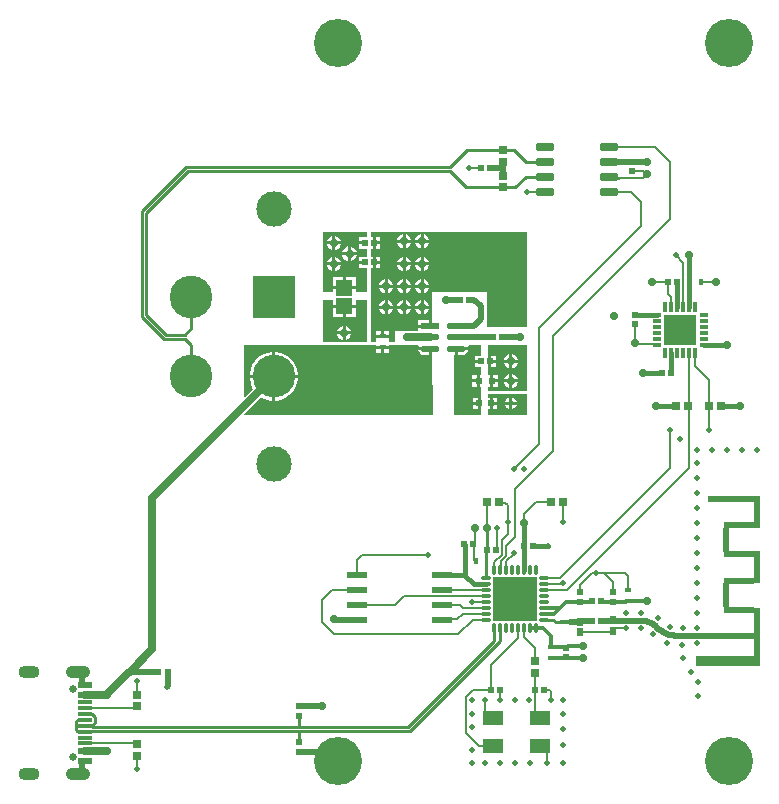
<source format=gtl>
%FSTAX23Y23*%
%MOIN*%
%SFA1B1*%

%IPPOS*%
%AMD13*
4,1,8,0.028500,-0.009800,0.028500,0.009800,0.026500,0.011800,-0.026500,0.011800,-0.028500,0.009800,-0.028500,-0.009800,-0.026500,-0.011800,0.026500,-0.011800,0.028500,-0.009800,0.0*
1,1,0.004016,0.026500,-0.009800*
1,1,0.004016,0.026500,0.009800*
1,1,0.004016,-0.026500,0.009800*
1,1,0.004016,-0.026500,-0.009800*
%
%AMD20*
4,1,8,0.028800,0.011400,-0.028800,0.011400,-0.031700,0.008600,-0.031700,-0.008600,-0.028800,-0.011400,0.028800,-0.011400,0.031700,-0.008600,0.031700,0.008600,0.028800,0.011400,0.0*
1,1,0.005709,0.028800,0.008600*
1,1,0.005709,-0.028800,0.008600*
1,1,0.005709,-0.028800,-0.008600*
1,1,0.005709,0.028800,-0.008600*
%
%AMD25*
4,1,8,-0.014600,-0.005300,0.014600,-0.005300,0.015900,-0.004000,0.015900,0.004000,0.014600,0.005300,-0.014600,0.005300,-0.015900,0.004000,-0.015900,-0.004000,-0.014600,-0.005300,0.0*
1,1,0.002657,-0.014600,-0.004000*
1,1,0.002657,0.014600,-0.004000*
1,1,0.002657,0.014600,0.004000*
1,1,0.002657,-0.014600,0.004000*
%
%AMD26*
4,1,8,-0.004000,-0.015900,0.004000,-0.015900,0.005300,-0.014600,0.005300,0.014600,0.004000,0.015900,-0.004000,0.015900,-0.005300,0.014600,-0.005300,-0.014600,-0.004000,-0.015900,0.0*
1,1,0.002657,-0.004000,-0.014600*
1,1,0.002657,0.004000,-0.014600*
1,1,0.002657,0.004000,0.014600*
1,1,0.002657,-0.004000,0.014600*
%
%AMD43*
4,1,8,0.019300,0.011300,-0.019300,0.011300,-0.030600,0.000000,-0.030600,0.000000,-0.019300,-0.011300,0.019300,-0.011300,0.030600,0.000000,0.030600,0.000000,0.019300,0.011300,0.0*
1,1,0.022524,0.019300,0.000000*
1,1,0.022524,-0.019300,0.000000*
1,1,0.022524,-0.019300,0.000000*
1,1,0.022524,0.019300,0.000000*
%
%AMD59*
4,1,8,0.035400,0.000000,0.035400,0.000000,0.015700,0.019700,-0.015700,0.019700,-0.035400,0.000000,-0.035400,0.000000,-0.015700,-0.019700,0.015700,-0.019700,0.035400,0.000000,0.0*
1,1,0.039370,0.015700,0.000000*
1,1,0.039370,0.015700,0.000000*
1,1,0.039370,-0.015700,0.000000*
1,1,0.039370,-0.015700,0.000000*
%
%AMD60*
4,1,8,0.041300,0.000000,0.041300,0.000000,0.021700,0.019700,-0.021700,0.019700,-0.041300,0.000000,-0.041300,0.000000,-0.021700,-0.019700,0.021700,-0.019700,0.041300,0.000000,0.0*
1,1,0.039370,0.021700,0.000000*
1,1,0.039370,0.021700,0.000000*
1,1,0.039370,-0.021700,0.000000*
1,1,0.039370,-0.021700,0.000000*
%
%ADD10C,0.010000*%
%ADD11C,0.018600*%
%ADD12R,0.026306X0.026476*%
G04~CAMADD=13~8~0.0~0.0~236.2~570.9~20.1~0.0~15~0.0~0.0~0.0~0.0~0~0.0~0.0~0.0~0.0~0~0.0~0.0~0.0~270.0~570.0~236.0*
%ADD13D13*%
%ADD14R,0.021260X0.022835*%
%ADD15R,0.025591X0.025591*%
%ADD16R,0.020472X0.020472*%
%ADD17R,0.024409X0.025984*%
%ADD18R,0.020289X0.018601*%
%ADD19R,0.017716X0.023622*%
G04~CAMADD=20~8~0.0~0.0~633.9~228.3~28.5~0.0~15~0.0~0.0~0.0~0.0~0~0.0~0.0~0.0~0.0~0~0.0~0.0~0.0~0.0~633.9~228.3*
%ADD20D20*%
%ADD21R,0.023622X0.021654*%
%ADD22R,0.021654X0.023622*%
%ADD23R,0.070866X0.047244*%
%ADD24R,0.145669X0.145669*%
G04~CAMADD=25~8~0.0~0.0~318.9~106.3~13.3~0.0~15~0.0~0.0~0.0~0.0~0~0.0~0.0~0.0~0.0~0~0.0~0.0~0.0~180.0~318.0~106.0*
%ADD25D25*%
G04~CAMADD=26~8~0.0~0.0~106.3~318.9~13.3~0.0~15~0.0~0.0~0.0~0.0~0~0.0~0.0~0.0~0.0~0~0.0~0.0~0.0~180.0~106.0~318.0*
%ADD26D26*%
%ADD27R,0.026476X0.026306*%
%ADD28R,0.057331X0.053324*%
%ADD29R,0.045275X0.011811*%
%ADD30R,0.045275X0.023622*%
%ADD31R,0.192913X0.035433*%
%ADD32R,0.019685X0.196850*%
%ADD33R,0.192913X0.019685*%
%ADD34R,0.103937X0.019685*%
%ADD35R,0.019685X0.078740*%
%ADD36R,0.019685X0.106299*%
%ADD37R,0.155118X0.019685*%
%ADD38R,0.106299X0.102362*%
%ADD39R,0.031496X0.013780*%
%ADD40R,0.013780X0.033465*%
%ADD41R,0.022835X0.021260*%
%ADD42R,0.022047X0.020472*%
G04~CAMADD=43~8~0.0~0.0~612.0~225.2~112.6~0.0~15~0.0~0.0~0.0~0.0~0~0.0~0.0~0.0~0.0~0~0.0~0.0~0.0~0.0~612.0~225.2*
%ADD43D43*%
%ADD44R,0.061196X0.022525*%
%ADD45R,0.018432X0.018601*%
%ADD46R,0.023622X0.017716*%
%ADD47R,0.018701X0.019685*%
%ADD48R,0.023622X0.019685*%
%ADD49C,0.008000*%
%ADD50C,0.009000*%
%ADD51C,0.015000*%
%ADD52C,0.020000*%
%ADD53C,0.014000*%
%ADD54C,0.012000*%
%ADD55C,0.025000*%
%ADD56C,0.117716*%
%ADD57C,0.141968*%
%ADD58R,0.141968X0.141968*%
G04~CAMADD=59~8~0.0~0.0~393.7~708.7~196.9~0.0~15~0.0~0.0~0.0~0.0~0~0.0~0.0~0.0~0.0~0~0.0~0.0~0.0~270.0~707.0~393.0*
%ADD59D59*%
G04~CAMADD=60~8~0.0~0.0~393.7~826.8~196.9~0.0~15~0.0~0.0~0.0~0.0~0~0.0~0.0~0.0~0.0~0~0.0~0.0~0.0~270.0~828.0~394.0*
%ADD60D60*%
%ADD61C,0.025591*%
%ADD62C,0.028000*%
%ADD63C,0.020000*%
%ADD64C,0.160000*%
%ADD65C,0.050000*%
%ADD66C,0.019685*%
%LNpcb-1*%
%LPD*%
G36*
X021Y02047D02*
X02101Y02046D01*
X02101Y02045*
X02101Y02045*
X02102Y02045*
X02103Y02044*
X02104Y02044*
X02105Y02044*
X02107Y02044*
X02108Y02044*
Y02036*
X02107Y02035*
X02104Y02035*
X02103Y02035*
X02102Y02035*
X02102Y02035*
X02101Y02034*
X021Y02034*
X021Y02034*
X021Y02033*
X021Y02048*
X021Y02047*
G37*
G36*
X01265Y01844D02*
X01239D01*
Y0183*
X0126*
Y0182*
X01239*
Y01805*
X01265*
Y01779*
X01239*
Y01765*
X0126*
Y01755*
X01239*
Y0174*
X01265*
Y0166*
X01228*
Y0167*
X0119*
X01151*
Y0166*
X0112*
Y0186*
X01265*
Y01844*
G37*
G36*
Y01495D02*
X0112D01*
Y01635*
X01151*
Y01619*
X0119*
Y01614*
Y01619*
X01228*
Y01635*
X01265*
Y01495*
G37*
G36*
X018Y01545D02*
X01665D01*
Y0166*
X01482*
X01482Y0166*
Y01568*
X01481*
Y01547*
X01476*
Y01542*
X01436*
Y0153*
X01357*
Y01495*
X01339*
Y01508*
X01317*
X01295*
Y01495*
X01277*
Y0174*
X01284*
Y0176*
Y01779*
X01277*
Y01805*
X01284*
Y01825*
Y01844*
X01277*
Y0186*
X018*
Y01545*
G37*
G36*
X01437Y0148D02*
X01436Y01477D01*
X01476*
Y01472*
X01481*
Y0145*
X01483*
X01486Y01253*
X01482Y0125*
X00855*
Y01255*
X00911Y01312*
X00916Y01309*
X00931Y01302*
X00947Y01299*
X0095*
Y01375*
X00874*
Y01372*
X00877Y01357*
X00883Y01342*
X00886Y01337*
X00859Y0131*
X00855Y01312*
Y01485*
X01295*
Y01481*
X01317*
X01339*
Y01485*
X01434*
X01437Y0148*
G37*
G36*
X018Y0133D02*
X0167D01*
Y01345*
X01676*
Y01365*
Y01384*
X0167*
Y0141*
X0167*
Y0143*
Y01449*
X0167*
Y01485*
X018*
Y0133*
G37*
G36*
Y0125D02*
X0167D01*
Y0127*
X01675*
Y0129*
Y01309*
X0167*
Y0132*
X018*
Y0125*
G37*
G36*
X01645Y01449D02*
X01624D01*
Y01435*
X01644*
Y01425*
X01624*
Y0141*
X01645*
Y01384*
X01643*
Y01365*
Y01345*
X01645*
Y01309*
X01644*
Y0129*
Y0127*
X01645*
Y0125*
X01555*
Y0145*
X01558*
Y01472*
X01563*
Y01477*
X01603*
X01602Y0148*
X01605Y01485*
X01645*
Y01449*
G37*
%LNpcb-2*%
%LPC*%
G36*
X0116Y01848D02*
Y0183D01*
X01178*
X01175Y01838*
X01168Y01845*
X0116Y01848*
G37*
G36*
X0115D02*
X01141Y01845D01*
X01134Y01838*
X01131Y0183*
X0115*
Y01848*
G37*
G36*
X01178Y0182D02*
X0116D01*
Y01801*
X01168Y01804*
X01175Y01811*
X01178Y0182*
G37*
G36*
X0115D02*
X01131D01*
X01134Y01811*
X01141Y01804*
X0115Y01801*
Y0182*
G37*
G36*
X01212Y01813D02*
Y01794D01*
X01231*
X01227Y01802*
X0122Y01809*
X01212Y01813*
G37*
G36*
X01202D02*
X01193Y01809D01*
X01186Y01802*
X01183Y01794*
X01202*
Y01813*
G37*
G36*
X01231Y01784D02*
X01212D01*
Y01765*
X0122Y01768*
X01227Y01775*
X01231Y01784*
G37*
G36*
X01202D02*
X01183D01*
X01186Y01775*
X01193Y01768*
X01202Y01765*
Y01784*
G37*
G36*
X0116Y01778D02*
Y0176D01*
X01178*
X01175Y01768*
X01168Y01775*
X0116Y01778*
G37*
G36*
X0115D02*
X01141Y01775D01*
X01134Y01768*
X01131Y0176*
X0115*
Y01778*
G37*
G36*
X01178Y0175D02*
X0116D01*
Y01731*
X01168Y01734*
X01175Y01741*
X01178Y0175*
G37*
G36*
X0115D02*
X01131D01*
X01134Y01741*
X01141Y01734*
X0115Y01731*
Y0175*
G37*
G36*
X01228Y01712D02*
X01195D01*
Y0168*
X01228*
Y01712*
G37*
G36*
X01185D02*
X01151D01*
Y0168*
X01185*
Y01712*
G37*
G36*
X01228Y01609D02*
X01195D01*
Y01577*
X01228*
Y01609*
G37*
G36*
X01185D02*
X01151D01*
Y01577*
X01185*
Y01609*
G37*
G36*
X01195Y01548D02*
Y0153D01*
X01213*
X0121Y01538*
X01203Y01545*
X01195Y01548*
G37*
G36*
X01185D02*
X01176Y01545D01*
X01169Y01538*
X01166Y0153*
X01185*
Y01548*
G37*
G36*
X01213Y0152D02*
X01195D01*
Y01501*
X01203Y01504*
X0121Y01511*
X01213Y0152*
G37*
G36*
X01185D02*
X01166D01*
X01169Y01511*
X01176Y01504*
X01185Y01501*
Y0152*
G37*
G36*
X01455Y01853D02*
Y01835D01*
X01473*
X0147Y01843*
X01463Y0185*
X01455Y01853*
G37*
G36*
X01445D02*
X01436Y0185D01*
X01429Y01843*
X01426Y01835*
X01445*
Y01853*
G37*
G36*
X01395D02*
Y01835D01*
X01413*
X0141Y01843*
X01403Y0185*
X01395Y01853*
G37*
G36*
X01385D02*
X01376Y0185D01*
X01369Y01843*
X01366Y01835*
X01385*
Y01853*
G37*
G36*
X0131Y01844D02*
X01294D01*
Y0183*
X0131*
Y01844*
G37*
G36*
X01473Y01825D02*
X01455D01*
Y01806*
X01463Y01809*
X0147Y01816*
X01473Y01825*
G37*
G36*
X01445D02*
X01426D01*
X01429Y01816*
X01436Y01809*
X01445Y01806*
Y01825*
G37*
G36*
X01413D02*
X01395D01*
Y01806*
X01403Y01809*
X0141Y01816*
X01413Y01825*
G37*
G36*
X01385D02*
X01366D01*
X01369Y01816*
X01376Y01809*
X01385Y01806*
Y01825*
G37*
G36*
X0131Y0182D02*
X01294D01*
Y01805*
X0131*
Y0182*
G37*
G36*
Y01779D02*
X01294D01*
Y01765*
X0131*
Y01779*
G37*
G36*
X01455Y01778D02*
Y0176D01*
X01473*
X0147Y01768*
X01463Y01775*
X01455Y01778*
G37*
G36*
X01445D02*
X01436Y01775D01*
X01429Y01768*
X01426Y0176*
X01445*
Y01778*
G37*
G36*
X01395D02*
Y0176D01*
X01413*
X0141Y01768*
X01403Y01775*
X01395Y01778*
G37*
G36*
X01385D02*
X01376Y01775D01*
X01369Y01768*
X01366Y0176*
X01385*
Y01778*
G37*
G36*
X0131Y01755D02*
X01294D01*
Y0174*
X0131*
Y01755*
G37*
G36*
X01473Y0175D02*
X01455D01*
Y01731*
X01463Y01734*
X0147Y01741*
X01473Y0175*
G37*
G36*
X01445D02*
X01426D01*
X01429Y01741*
X01436Y01734*
X01445Y01731*
Y0175*
G37*
G36*
X01413D02*
X01395D01*
Y01731*
X01403Y01734*
X0141Y01741*
X01413Y0175*
G37*
G36*
X01385D02*
X01366D01*
X01369Y01741*
X01376Y01734*
X01385Y01731*
Y0175*
G37*
G36*
X01455Y01703D02*
Y01685D01*
X01473*
X0147Y01693*
X01463Y017*
X01455Y01703*
G37*
G36*
X01445D02*
X01436Y017D01*
X01429Y01693*
X01426Y01685*
X01445*
Y01703*
G37*
G36*
X01395D02*
Y01685D01*
X01413*
X0141Y01693*
X01403Y017*
X01395Y01703*
G37*
G36*
X01385D02*
X01376Y017D01*
X01369Y01693*
X01366Y01685*
X01385*
Y01703*
G37*
G36*
X01335D02*
Y01685D01*
X01353*
X0135Y01693*
X01343Y017*
X01335Y01703*
G37*
G36*
X01325D02*
X01316Y017D01*
X01309Y01693*
X01306Y01685*
X01325*
Y01703*
G37*
G36*
X01473Y01675D02*
X01455D01*
Y01656*
X01463Y01659*
X0147Y01666*
X01473Y01675*
G37*
G36*
X01445D02*
X01426D01*
X01429Y01666*
X01436Y01659*
X01445Y01656*
Y01675*
G37*
G36*
X01413D02*
X01395D01*
Y01656*
X01403Y01659*
X0141Y01666*
X01413Y01675*
G37*
G36*
X01385D02*
X01366D01*
X01369Y01666*
X01376Y01659*
X01385Y01656*
Y01675*
G37*
G36*
X01353D02*
X01335D01*
Y01656*
X01343Y01659*
X0135Y01666*
X01353Y01675*
G37*
G36*
X01325D02*
X01306D01*
X01309Y01666*
X01316Y01659*
X01325Y01656*
Y01675*
G37*
G36*
X01455Y01633D02*
Y01615D01*
X01473*
X0147Y01623*
X01463Y0163*
X01455Y01633*
G37*
G36*
X01445D02*
X01436Y0163D01*
X01429Y01623*
X01426Y01615*
X01445*
Y01633*
G37*
G36*
X01395D02*
Y01615D01*
X01413*
X0141Y01623*
X01403Y0163*
X01395Y01633*
G37*
G36*
X01385D02*
X01376Y0163D01*
X01369Y01623*
X01366Y01615*
X01385*
Y01633*
G37*
G36*
X01335D02*
Y01615D01*
X01353*
X0135Y01623*
X01343Y0163*
X01335Y01633*
G37*
G36*
X01325D02*
X01316Y0163D01*
X01309Y01623*
X01306Y01615*
X01325*
Y01633*
G37*
G36*
X01473Y01605D02*
X01455D01*
Y01586*
X01463Y01589*
X0147Y01596*
X01473Y01605*
G37*
G36*
X01445D02*
X01426D01*
X01429Y01596*
X01436Y01589*
X01445Y01586*
Y01605*
G37*
G36*
X01413D02*
X01395D01*
Y01586*
X01403Y01589*
X0141Y01596*
X01413Y01605*
G37*
G36*
X01385D02*
X01366D01*
X01369Y01596*
X01376Y01589*
X01385Y01586*
Y01605*
G37*
G36*
X01353D02*
X01335D01*
Y01586*
X01343Y01589*
X0135Y01596*
X01353Y01605*
G37*
G36*
X01325D02*
X01306D01*
X01309Y01596*
X01316Y01589*
X01325Y01586*
Y01605*
G37*
G36*
X01471Y01568D02*
X01436D01*
Y01552*
X01471*
Y01568*
G37*
G36*
X01339Y01532D02*
X01322D01*
Y01518*
X01339*
Y01532*
G37*
G36*
X01312D02*
X01295D01*
Y01518*
X01312*
Y01532*
G37*
G36*
X01339Y01471D02*
X01322D01*
Y01457*
X01339*
Y01471*
G37*
G36*
X01312D02*
X01295D01*
Y01457*
X01312*
Y01471*
G37*
G36*
X01471Y01467D02*
X01436D01*
X01437Y01464*
X01442Y01457*
X01449Y01452*
X01457Y0145*
X01471*
Y01467*
G37*
G36*
X00963Y01461D02*
X0096D01*
Y01385*
X01036*
Y01388*
X01033Y01404*
X01026Y01419*
X01018Y01432*
X01006Y01443*
X00993Y01452*
X00978Y01458*
X00963Y01461*
G37*
G36*
X0095D02*
X00947D01*
X00931Y01458*
X00916Y01452*
X00903Y01443*
X00892Y01432*
X00883Y01419*
X00877Y01404*
X00874Y01388*
Y01385*
X0095*
Y01461*
G37*
G36*
X01036Y01375D02*
X0096D01*
Y01299*
X00963*
X00978Y01302*
X00993Y01309*
X01006Y01317*
X01018Y01329*
X01026Y01342*
X01033Y01357*
X01036Y01372*
Y01375*
G37*
G36*
X0175Y01453D02*
Y01435D01*
X01768*
X01765Y01443*
X01758Y0145*
X0175Y01453*
G37*
G36*
X0174D02*
X01731Y0145D01*
X01724Y01443*
X01721Y01435*
X0174*
Y01453*
G37*
G36*
X01695Y01449D02*
X0168D01*
Y01435*
X01695*
Y01449*
G37*
G36*
Y01425D02*
X0168D01*
Y0141*
X01695*
Y01425*
G37*
G36*
X01768D02*
X0175D01*
Y01406*
X01758Y01409*
X01765Y01416*
X01768Y01425*
G37*
G36*
X0174D02*
X01721D01*
X01724Y01416*
X01731Y01409*
X0174Y01406*
Y01425*
G37*
G36*
X0175Y01388D02*
Y0137D01*
X01768*
X01765Y01378*
X01758Y01385*
X0175Y01388*
G37*
G36*
X0174D02*
X01731Y01385D01*
X01724Y01378*
X01721Y0137*
X0174*
Y01388*
G37*
G36*
X01703Y01384D02*
X01686D01*
Y0137*
X01703*
Y01384*
G37*
G36*
Y0136D02*
X01686D01*
Y01345*
X01703*
Y0136*
G37*
G36*
X01768D02*
X0175D01*
Y01341*
X01758Y01344*
X01765Y01351*
X01768Y0136*
G37*
G36*
X0174D02*
X01721D01*
X01724Y01351*
X01731Y01344*
X0174Y01341*
Y0136*
G37*
G36*
X01699Y01309D02*
X01685D01*
Y01295*
X01699*
Y01309*
G37*
G36*
X0175Y01309D02*
Y01295D01*
X01764*
X01761Y01301*
X01756Y01306*
X0175Y01309*
G37*
G36*
X0174D02*
X01733Y01306D01*
X01728Y01301*
X01725Y01295*
X0174*
Y01309*
G37*
G36*
X01764Y01285D02*
X0175D01*
Y0127*
X01756Y01273*
X01761Y01278*
X01764Y01285*
G37*
G36*
X0174D02*
X01725D01*
X01728Y01278*
X01733Y01273*
X0174Y0127*
Y01285*
G37*
G36*
X01699D02*
X01685D01*
Y0127*
X01699*
Y01285*
G37*
G36*
X01603Y01467D02*
X01568D01*
Y0145*
X01582*
X0159Y01452*
X01597Y01457*
X01602Y01464*
X01603Y01467*
G37*
G36*
X01633Y01384D02*
X01616D01*
Y0137*
X01633*
Y01384*
G37*
G36*
Y0136D02*
X01616D01*
Y01345*
X01633*
Y0136*
G37*
G36*
X01634Y01309D02*
X0162D01*
Y01295*
X01634*
Y01309*
G37*
G36*
Y01285D02*
X0162D01*
Y0127*
X01634*
Y01285*
G37*
%LNpcb-3*%
%LPD*%
G54D10*
X0189Y00565D02*
D01*
X01889Y00565*
X01888Y00566*
X01887Y00567*
X01886Y00567*
X01885Y00568*
X01884Y00568*
X01883Y00568*
X01882Y00569*
X01881Y00569*
X0188Y00569*
X01879Y00569*
X01878Y00569*
X0189Y00565D02*
D01*
X0189Y00564*
X0189Y00564*
X01891Y00563*
X01892Y00563*
X01892Y00563*
X01893Y00562*
X01893Y00562*
X01894Y00562*
X01895Y00562*
X01895Y00562*
X01896Y00562*
X01896Y00562*
X01912*
X01855Y00569D02*
X01878D01*
X01664Y008D02*
Y00874D01*
X01665Y00875*
X01664Y008D02*
X01664Y008D01*
X01663Y00788D02*
Y00798D01*
X01664Y008*
X01663Y00788D02*
X01663Y00788D01*
X01663Y00707D02*
Y00788D01*
G54D11*
X0223Y00544D02*
D01*
X02227Y00547*
X02223Y0055*
X02219Y00553*
X02215Y00556*
X0221Y00558*
X02206Y0056*
X02201Y00561*
X02196Y00563*
X02191Y00564*
X02186Y00564*
X02181Y00564*
X0218Y00565*
X0223Y00544D02*
D01*
X02235Y00539*
X02241Y00535*
X02247Y00531*
X02253Y00527*
X02259Y00524*
X02265Y00521*
X02272Y00519*
X02279Y00517*
X02285Y00516*
X02292Y00515*
X02299Y00514*
X02301Y00514*
X01942Y00562D02*
X01975D01*
X01977Y00565D02*
X02014D01*
X01975Y00562D02*
X01977Y00565D01*
X02082D02*
X0218D01*
X02082D02*
X02082D01*
X02044D02*
X02082D01*
X02044D02*
X02044D01*
X02301Y00514D02*
X0246D01*
G54D12*
X0188Y0096D03*
X01919D03*
X02295Y0128D03*
X02334D03*
X02444D03*
X02405D03*
X01665Y0096D03*
X01704D03*
G54D13*
X01857Y02145D03*
Y02095D03*
Y02045D03*
Y01995D03*
X02072Y02145D03*
Y02095D03*
Y02045D03*
Y01995D03*
G54D14*
X0215Y02064D03*
Y02095D03*
X0193Y00475D03*
Y00444D03*
X0216Y01554D03*
Y01585D03*
X02084Y00629D03*
Y0066D03*
X01974D03*
Y00629D03*
G54D15*
X0172Y02134D03*
Y02095D03*
Y02049D03*
Y0201D03*
X01825Y0039D03*
Y0043D03*
G54D16*
X01644Y02073D03*
X01675D03*
G54D17*
X01975Y00527D03*
Y00562D03*
X02085Y00567D03*
Y00532D03*
G54D18*
X02044Y00565D03*
X02015D03*
X01289Y01825D03*
X0126D03*
X01289Y0176D03*
X0126D03*
X02044Y0063D03*
X02015D03*
G54D19*
X01628Y00765D03*
X01591D03*
X02378Y01695D03*
X02341D03*
G54D20*
X01232Y00719D03*
Y00669D03*
Y00619D03*
Y00569D03*
X01516D03*
Y00619D03*
Y00669D03*
Y00719D03*
G54D21*
X0104Y00248D03*
Y00281D03*
Y00161D03*
Y00128D03*
G54D22*
X00568Y00395D03*
X00601D03*
G54D23*
X01843Y00147D03*
X01686D03*
Y00242D03*
X01843D03*
G54D24*
X01759Y00638D03*
G54D25*
X01663Y00569D03*
Y00589D03*
Y00609D03*
Y00628D03*
Y00648D03*
Y00668D03*
Y00687D03*
Y00707D03*
X01855D03*
Y00687D03*
Y00668D03*
Y00648D03*
Y00628D03*
Y00609D03*
Y00589D03*
Y00569D03*
G54D26*
X01828Y00542D03*
X01808D03*
X01789D03*
X01769D03*
X01749D03*
X0173D03*
X0171D03*
X0169D03*
Y00735D03*
X0171D03*
X0173D03*
X01749D03*
X01769D03*
X01789D03*
X01808D03*
X01828D03*
G54D27*
X005Y00115D03*
Y00154D03*
Y0028D03*
Y00319D03*
G54D28*
X0119Y01675D03*
Y01614D03*
G54D29*
X00326Y00293D03*
Y00274D03*
Y00254D03*
Y00234D03*
Y00215D03*
Y00195D03*
Y00175D03*
Y00156D03*
G54D30*
X00326Y00319D03*
Y0013D03*
Y0035D03*
Y00099D03*
G54D31*
X0246Y00432D03*
G54D32*
X02566Y00512D03*
G54D33*
X0246Y00514D03*
G54D34*
X02505Y00601D03*
Y00699D03*
Y00786D03*
Y00885D03*
G54D35*
X02462Y0065D03*
Y00835D03*
G54D36*
X02566Y00743D03*
Y00928D03*
G54D37*
X02479Y00971D03*
G54D38*
X0231Y01535D03*
G54D39*
X02231Y01584D03*
Y01564D03*
Y01544D03*
Y01525D03*
Y01505D03*
Y01485D03*
X02388Y01584D03*
Y01564D03*
Y01544D03*
Y01525D03*
Y01505D03*
Y01485D03*
G54D40*
X0226Y01457D03*
X0228D03*
X023D03*
X02319D03*
X02339D03*
X02359D03*
X0226Y01612D03*
X0228D03*
X023D03*
X02319D03*
X02339D03*
X02359D03*
G54D41*
X02249Y0139D03*
X0228D03*
X02269Y01695D03*
X023D03*
X01589Y0082D03*
X0162D03*
X01789Y00815D03*
X0182D03*
X01605Y01635D03*
X01574D03*
X01695Y008D03*
X01664D03*
G54D42*
X01824Y00335D03*
X01855D03*
X0171D03*
X01679D03*
G54D43*
X01563Y01547D03*
Y0151D03*
Y01472D03*
X01476D03*
Y0151D03*
G54D44*
X01476Y01547D03*
G54D45*
X01684Y0151D03*
X01715D03*
X01675Y0143D03*
X01644D03*
G54D46*
X01317Y01513D03*
Y01476D03*
X0188Y00441D03*
Y00478D03*
X02135Y00668D03*
Y00631D03*
G54D47*
X01639Y0129D03*
X0168D03*
G54D48*
X01681Y01365D03*
X01638D03*
G54D49*
X02145Y01995D02*
X0218Y0196D01*
Y0188D02*
Y0196D01*
X0184Y0154D02*
X0218Y0188D01*
X02072Y01995D02*
X02145D01*
X02194Y02055D02*
X022D01*
X0215Y02064D02*
X02185D01*
X02194Y02055*
X02072Y02045D02*
X02077Y0204D01*
X02185*
X022Y02055*
X0176Y01005D02*
X01885Y0113D01*
X0176Y00845D02*
Y01005D01*
X01885Y0113D02*
Y01515D01*
X01755Y0107D02*
X0184Y01155D01*
X01735Y00855D02*
Y00895D01*
X0184Y01155D02*
Y0154D01*
X01728Y00813D02*
X0176Y00845D01*
X01728Y0078D02*
Y00813D01*
X01735Y00895D02*
Y0095D01*
X01705Y00959D02*
X01725D01*
X01704Y0096D02*
X01705Y00959D01*
X01725D02*
X01735Y0095D01*
X01715Y00835D02*
X01735Y00855D01*
X01697Y00872D02*
X017Y00875D01*
X01697Y00802D02*
Y00872D01*
X02225Y02145D02*
X02275Y02095D01*
X01885Y01515D02*
X02275Y01905D01*
Y02095*
X02072Y02145D02*
X02225D01*
X0179Y0089D02*
Y0092D01*
X0183Y0096*
X0188*
X01605Y02073D02*
X01644D01*
X0192Y00895D02*
Y00959D01*
X01919Y0096D02*
X0192Y00959D01*
X01855Y00687D02*
X01857Y00688D01*
X01918*
X0192Y0069*
X018Y01995D02*
X01857D01*
X01755Y00788D02*
Y0079D01*
X0173Y00735D02*
Y00763D01*
X01755Y00788*
X0169Y00735D02*
Y0076D01*
X01715Y00785*
Y00835*
X01711Y00763D02*
X01728Y0078D01*
X01711Y00736D02*
Y00763D01*
X0171Y00735D02*
X01711Y00736D01*
X0166Y00261D02*
Y003D01*
X01232Y00619D02*
X01359D01*
X01388Y00648D02*
X01663D01*
X01359Y00619D02*
X01388Y00648D01*
X02275Y01075D02*
Y012D01*
X02405D02*
Y01279D01*
X01865Y0009D02*
Y00128D01*
X01845Y00147D02*
X01865Y00128D01*
X01843Y00147D02*
X01845D01*
X0166Y00261D02*
X01679Y00242D01*
X01686*
X0208Y00527D02*
X02092Y0054D01*
X0213*
X01975Y00527D02*
X0208D01*
X005Y00319D02*
Y00365D01*
X02375Y0043D02*
X02377Y00432D01*
X0246*
X01907Y00707D02*
X02275Y01075D01*
X02055Y00725D02*
X02125D01*
X02135Y00715*
Y00668D02*
Y00715D01*
X02055Y00725D02*
X02084Y00695D01*
X0203Y00725D02*
X02055D01*
X02084Y0066D02*
Y00695D01*
X02029Y00724D02*
X0203Y00725D01*
X01974Y00684D02*
X02014Y00724D01*
X02029*
X01974Y0066D02*
Y00684D01*
X02378Y01695D02*
X02428D01*
X02339Y01074D02*
Y01275D01*
X01933Y00668D02*
X02339Y01074D01*
X01855Y00668D02*
X01933D01*
X01662Y00957D02*
X01665Y0096D01*
X01665Y00875D02*
Y00955D01*
X01662Y00957D02*
X01665Y00955D01*
X01695Y008D02*
X01697Y00802D01*
X0162Y0082D02*
X01625Y00824D01*
Y00875*
X0162Y0082D02*
X01623Y00816D01*
Y00769D02*
Y00816D01*
Y00769D02*
X01628Y00765D01*
X0125Y00785D02*
X0147D01*
X01516Y00619D02*
X01575D01*
X01585Y00609D02*
X01663D01*
X01575Y00619D02*
X01585Y00609D01*
X01149Y00669D02*
X01232D01*
X01115Y00635D02*
X01149Y00669D01*
X01115Y0056D02*
Y00635D01*
X01155Y0052D02*
X0157D01*
X01115Y0056D02*
X01155Y0052D01*
X01619Y00569D02*
X01663D01*
X0157Y0052D02*
X01619Y00569D01*
X01232Y00767D02*
X0125Y00785D01*
X01232Y00719D02*
Y00767D01*
X01615Y00629D02*
X01662D01*
X01615Y00629D02*
X01615Y00629D01*
X01662D02*
X01663Y00628D01*
X0152Y00565D02*
X01525Y0057D01*
X01565*
X01585Y00589*
X01516Y00669D02*
X01519Y00666D01*
X01651D02*
X01652Y00668D01*
X01519Y00666D02*
X01651D01*
X01652Y00668D02*
X01663D01*
X01585Y00589D02*
X01663D01*
X01516Y00569D02*
X0152Y00565D01*
X02295Y01785D02*
X0232Y01759D01*
Y01613D02*
Y01759D01*
X02319Y01612D02*
X0232Y01613D01*
X02269Y01655D02*
Y01695D01*
Y01655D02*
X0228Y01644D01*
Y01612D02*
Y01644D01*
X02229Y01487D02*
X02231Y01485D01*
X02162Y01487D02*
X02229D01*
X0216Y0149D02*
X02162Y01487D01*
X0216Y0149D02*
Y01554D01*
X02215Y01695D02*
X02269D01*
X01855Y00707D02*
X01907D01*
X02405Y0128D02*
Y01369D01*
X02359Y01415D02*
X02405Y01369D01*
X02359Y01415D02*
Y01457D01*
X02334Y0128D02*
X02339Y01275D01*
X02337Y01282D02*
X02339Y01284D01*
X02334Y0128D02*
X02337Y01282D01*
X02339Y01284D02*
Y01457D01*
X00326Y00274D02*
X00493D01*
X005Y0028*
X01877Y003D02*
Y0033D01*
X01872Y00335D02*
X01877Y0033D01*
X01855Y00335D02*
X01872D01*
X0171Y003D02*
Y00334D01*
X0171Y003D02*
X0171Y003D01*
Y00334D02*
X0171Y00335D01*
X01637Y00147D02*
X01686D01*
X01595Y0019D02*
Y0031D01*
Y0019D02*
X01637Y00147D01*
X0162Y00335D02*
X01679D01*
X01595Y0031D02*
X0162Y00335D01*
X01679D02*
Y00419D01*
X01825Y0043D02*
Y00475D01*
X01789Y0051D02*
X01825Y00475D01*
X01789Y0051D02*
Y00542D01*
X01679Y00419D02*
X01769Y00509D01*
Y00542*
X01824Y00261D02*
Y0039D01*
Y00261D02*
X01843Y00242D01*
X005Y0007D02*
Y00115D01*
X00498Y00156D02*
X005Y00154D01*
X00326Y00156D02*
X00498D01*
G54D50*
X0059Y01505D02*
X0066D01*
X0068Y01485*
Y0138D02*
Y01485D01*
Y0154D02*
Y01645D01*
X00659Y01519D02*
X0068Y0154D01*
X00596Y01519D02*
X00659D01*
X0053Y01585D02*
X00596Y01519D01*
X00516Y01579D02*
X0059Y01505D01*
X0053Y01585D02*
Y01925D01*
X00516Y0193D02*
X00662Y02077D01*
X0053Y01925D02*
X00668Y02063D01*
X00516Y01579D02*
Y0193D01*
X01599Y02134D02*
X01755D01*
X01795Y02095*
X01857*
X01542Y02077D02*
X01599Y02134D01*
X01795Y02045D02*
X01857D01*
X0172Y0201D02*
X0176D01*
X01795Y02045*
X01594Y0201D02*
X0172D01*
X00662Y02077D02*
X01542D01*
Y02063D02*
X01594Y0201D01*
X00668Y02063D02*
X01542D01*
X0104Y00161D02*
Y00198D01*
Y00212D02*
Y00248D01*
X01689Y00499D02*
Y00541D01*
X01709Y00499D02*
Y00541D01*
X01408Y00198D02*
X01709Y00499D01*
X0104Y00212D02*
X01402D01*
X01689Y00499*
X0104Y00198D02*
X01408D01*
X00348D02*
X0104D01*
X00348Y00212D02*
X0104D01*
X01689Y00541D02*
X0169Y00542D01*
X01709Y00541D02*
X0171Y00542D01*
X00347Y00196D02*
X00348Y00198D01*
X00327Y00213D02*
X00347D01*
X00327Y00196D02*
X00347D01*
X00326Y00254D02*
X00327Y00253D01*
X00347Y00213D02*
X00348Y00212D01*
X00327Y00253D02*
X0035D01*
X00326Y00215D02*
X00327Y00213D01*
X00324Y00233D02*
X00326Y00234D01*
X00324Y00196D02*
X00326Y00195D01*
X00294Y00228D02*
X00299Y00233D01*
X00324*
X00294Y00202D02*
X00299Y00196D01*
X00324*
X00294Y00202D02*
Y00228D01*
X00358Y00225D02*
Y00244D01*
X0035Y00216D02*
X00358Y00225D01*
X0035Y00253D02*
X00358Y00244D01*
X00326Y00195D02*
X00327Y00196D01*
G54D51*
X01789Y00815D02*
Y00889D01*
X01789Y00815D02*
X01789Y00815D01*
Y00889D02*
X0179Y0089D01*
X01789Y00814D02*
X01789Y00815D01*
X01591Y00765D02*
Y00818D01*
X01589Y0082D02*
X01591Y00818D01*
Y0072D02*
Y00768D01*
X0159Y00719D02*
X01591Y0072D01*
X01516Y00719D02*
X0159D01*
X01622Y00687*
X01663*
X0182Y00815D02*
X0187D01*
X01789Y00735D02*
Y00814D01*
X01789Y00735D02*
X01789Y00735D01*
X02185Y0139D02*
X02249D01*
X0228Y0139D02*
Y01457D01*
X0228Y01457*
X0228Y0139D02*
X0228Y0139D01*
X0234Y01634D02*
Y01785D01*
X02339Y01634D02*
X0234Y01634D01*
X02339Y01612D02*
X02339Y01613D01*
Y01634*
X02389Y01485D02*
X02464D01*
X02388Y01485D02*
X02389Y01485D01*
X02464D02*
X02465Y01485D01*
X02444Y0128D02*
X0251D01*
X0223D02*
X02295D01*
X02088Y01581D02*
X0209Y01583D01*
X02156D02*
X02158Y01585D01*
X0216*
X02162Y01583*
X02163Y01584D02*
X02231D01*
X02162Y01583D02*
X02163Y01584D01*
X023Y01612D02*
Y01694D01*
G54D52*
X01675Y02073D02*
X0172D01*
Y02095*
Y02049D02*
Y02073D01*
X02072Y02095D02*
X0215D01*
X022*
X0104Y00281D02*
X0104Y0028D01*
X01114*
X01115Y0028*
X0104Y00128D02*
X01102D01*
X01132Y00098D02*
X0117D01*
X01102Y00128D02*
X01132Y00098D01*
X00315Y00097D02*
X00316Y00099D01*
X00306Y00054D02*
X00315Y00063D01*
X00316Y00099D02*
X00326D01*
X00315Y00063D02*
Y00097D01*
X00303Y00054D02*
X00306D01*
X00315Y00352D02*
X00316Y0035D01*
X00315Y00352D02*
Y00386D01*
X00306Y00395D02*
X00315Y00386D01*
X00303Y00395D02*
X00306D01*
X00316Y0035D02*
X00326D01*
X006Y00345D02*
X00601Y00346D01*
Y00395*
X0047Y0039D02*
X00475Y00395D01*
X00568*
X01155Y00569D02*
X01232D01*
X01155Y0057D02*
X01155Y00569D01*
X01232D02*
X01232Y00569D01*
X01715Y0151D02*
X01775D01*
X01563D02*
X01684D01*
X0153Y01635D02*
X01574D01*
X01623Y01634D02*
X01645Y01613D01*
X01605Y01634D02*
X01623D01*
X01605Y01635D02*
X01605Y01634D01*
X01645Y0157D02*
Y01613D01*
X01622Y01547D02*
X01645Y0157D01*
X01563Y01547D02*
X01622D01*
X01563Y01547D02*
X01563Y01547D01*
G54D53*
X01912Y00562D02*
X01942D01*
G54D54*
X01855Y00589D02*
X01889D01*
X01909Y00609*
X01929Y00629D02*
X02014D01*
X02199Y0063D02*
X022Y0063D01*
X02135Y00631D02*
X02135Y0063D01*
X02199*
X0213Y00631D02*
X02135D01*
X02128Y00629D02*
X0213Y00631D01*
X02084Y00629D02*
X02128D01*
X02084Y00629D02*
X02084Y00629D01*
X02045Y0063D02*
X02045Y00629D01*
X02084*
X02044Y0063D02*
X02045D01*
X02014Y00629D02*
X02015Y0063D01*
X01909Y00609D02*
X01929Y00629D01*
X01855Y00609D02*
X01909D01*
X01928Y00442D02*
X01928Y00442D01*
X01982*
X01985Y0044*
X0193Y00475D02*
Y00475D01*
X01934Y0048D02*
X01985D01*
X0193Y00475D02*
X01934Y0048D01*
X0188Y00441D02*
X01881Y00442D01*
X01928*
X01881Y00477D02*
X01928D01*
X0193Y00475*
X0188Y00478D02*
X01881Y00477D01*
X01852Y00542D02*
X0188Y00515D01*
Y00478D02*
Y00515D01*
X01828Y00542D02*
X01852D01*
X01808D02*
X01828D01*
G54D55*
X00475Y00395D02*
X0055Y0047D01*
X004Y0032D02*
X0047Y0039D01*
X0055Y00975D02*
X00955Y0138D01*
X0055Y0047D02*
Y00975D01*
X014Y0151D02*
X01476D01*
X00399Y00319D02*
X004Y0032D01*
X00326Y00319D02*
X00326Y00319D01*
X00399*
X00326Y0013D02*
X00399D01*
X00326Y0013D02*
X00326Y0013D01*
X00399D02*
X004Y0013D01*
G54D56*
X00955Y01937D03*
Y01087D03*
G54D57*
X0068Y01645D03*
Y0138D03*
X00955D03*
G54D58*
X00955Y01645D03*
G54D59*
X00139Y00395D03*
Y00054D03*
G54D60*
X00303Y00395D03*
Y00054D03*
G54D61*
X00284Y00338D03*
Y00111D03*
G54D62*
X022Y02055D03*
X0179Y0089D03*
X022Y02095D03*
X01115Y0028D03*
X022Y0063D03*
X02428Y01695D03*
X01985Y0044D03*
Y0048D03*
X01745Y01365D03*
Y0143D03*
X01665Y00875D03*
X01625D03*
X01155Y0057D03*
X02185Y0139D03*
X0234Y01785D03*
X01155Y01755D03*
X0251Y0128D03*
X0223D03*
X0216Y0149D03*
X02088Y01581D03*
X02215Y01695D03*
X02465Y01485D03*
X01775Y0151D03*
X0153Y01635D03*
X0133Y0161D03*
X0145Y0183D03*
Y01755D03*
Y0168D03*
Y0161D03*
X0139D03*
X0133Y0168D03*
X0139D03*
Y01755D03*
Y0183D03*
X01207Y01789D03*
X0119Y01525D03*
X01155Y01825D03*
X014Y0151D03*
X004Y0032D03*
Y0013D03*
G54D63*
X0231Y0117D03*
X0179Y0107D03*
X01755D03*
X01735Y00895D03*
X017Y00875D03*
X01605Y02073D03*
X0192Y00895D03*
Y0069D03*
X018Y01995D03*
X01755Y0079D03*
X02275Y012D03*
X02405D03*
X006Y00345D03*
X005Y00365D03*
X02365Y01135D03*
X02415D03*
X02565D03*
X02515D03*
X02465D03*
X0237Y00315D03*
Y0036D03*
X02345Y00395D03*
X0232Y0044D03*
X02315Y00485D03*
X02265Y0049D03*
X0222Y0052D03*
X0218Y0054D03*
X0213D03*
Y0059D03*
X0218D03*
X02235Y00575D03*
X02275Y00545D03*
X0232Y0054D03*
X02365Y0049D03*
Y0054D03*
Y0059D03*
Y0064D03*
Y0069D03*
Y0074D03*
Y0079D03*
Y0084D03*
Y0089D03*
Y0094D03*
Y0099D03*
Y0104D03*
Y0109D03*
X02375Y0043D03*
X0203Y00725D03*
X0147Y00785D03*
X01615Y00629D03*
X0187Y00815D03*
X02295Y01785D03*
X01615Y00135D03*
Y003D03*
Y00255D03*
Y0021D03*
X0192Y0015D03*
X01615Y0009D03*
X0166D03*
X0171D03*
X0176D03*
X0181D03*
X01865D03*
X0192D03*
Y00205D03*
Y00255D03*
Y003D03*
X01877D03*
X0166D03*
X01805D03*
X0171D03*
X0176D03*
X01805Y0059D03*
X01715Y0059D03*
X0176D03*
X01715Y0064D03*
X005Y0007D03*
X01745Y0129D03*
X01715Y00685D03*
X01805Y0064D03*
Y00685D03*
X0176D03*
G54D64*
X02473Y00098D03*
X02473Y0249D03*
X0117Y00098D03*
Y0249D03*
G54D65*
X0176Y0064D03*
G54D66*
X02331Y01513D03*
X02288D03*
Y01556D03*
X02331D03*
M02*
</source>
